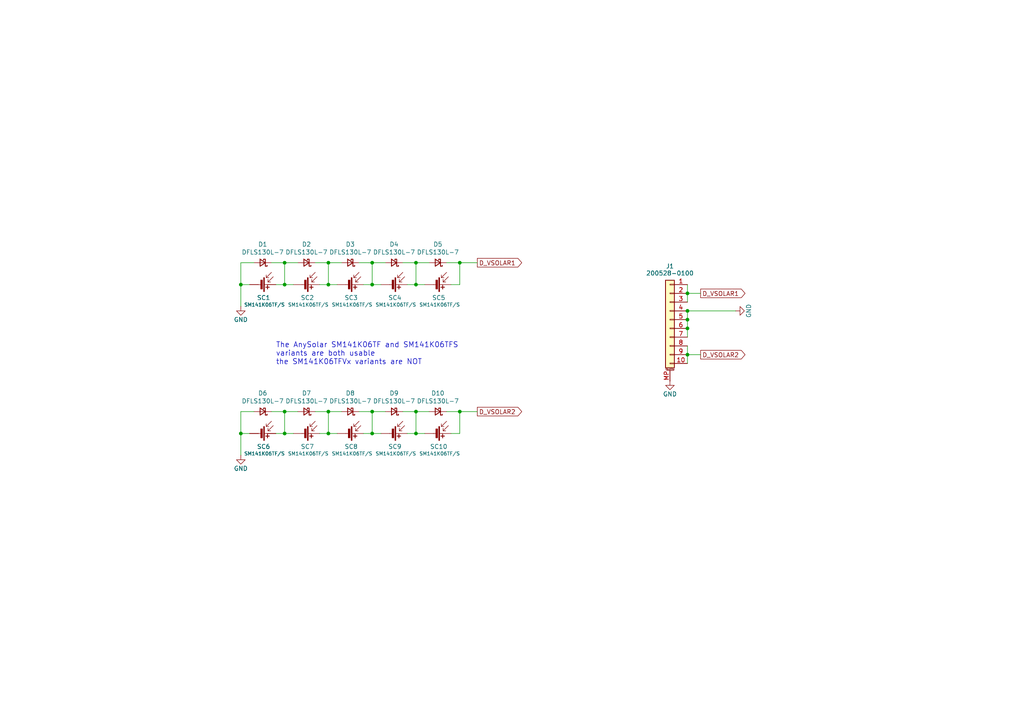
<source format=kicad_sch>
(kicad_sch (version 20231120) (generator "eeschema") (generator_version "8.0")
  (paper "A4")
  (title_block (title "Argus Deployables") (date "2025-03-24") (rev "v2.2") (company "Carnegie Mellon University") (comment 1 "N. Khera") (comment 2 "V. Rajesh"))
  (lib_symbols
    (symbol "Connector_Generic_MountingPin:Conn_01x10_MountingPin" (pin_names (offset 1.016) hide)
      (property "Reference" "J" (at 0 12.7 0))
      (property "Value" "Conn_01x10_MountingPin" (at 1.27 -15.24 0))
      (symbol "Conn_01x10_MountingPin_1_1"
        (rectangle (start -1.27 -12.573) (end 0 -12.827) (stroke (width 0.1524)))
        (rectangle (start -1.27 -10.033) (end 0 -10.287) (stroke (width 0.1524)))
        (rectangle (start -1.27 -7.493) (end 0 -7.747) (stroke (width 0.1524)))
        (rectangle (start -1.27 -4.953) (end 0 -5.207) (stroke (width 0.1524)))
        (rectangle (start -1.27 -2.413) (end 0 -2.667) (stroke (width 0.1524)))
        (rectangle (start -1.27 0.127) (end 0 -0.127) (stroke (width 0.1524)))
        (rectangle (start -1.27 2.667) (end 0 2.413) (stroke (width 0.1524)))
        (rectangle (start -1.27 5.207) (end 0 4.953) (stroke (width 0.1524)))
        (rectangle (start -1.27 7.747) (end 0 7.493) (stroke (width 0.1524)))
        (rectangle (start -1.27 10.287) (end 0 10.033) (stroke (width 0.1524)))
        (rectangle (start -1.27 11.43) (end 1.27 -13.97) (stroke (width 0.254)) (fill (type background)))
        (polyline (pts (xy -1.016 -14.732) (xy 1.016 -14.732)) (stroke (width 0.1524)))
        (text "Mounting" (at 0 -14.351 0) (effects (font (size 0.381 0.381))))
        (pin passive line (at -5.08 10.16 0) (length 3.81) (name "Pin_1") (number "1"))
        (pin passive line (at -5.08 -12.7 0) (length 3.81) (name "Pin_10") (number "10"))
        (pin passive line (at -5.08 7.62 0) (length 3.81) (name "Pin_2") (number "2"))
        (pin passive line (at -5.08 5.08 0) (length 3.81) (name "Pin_3") (number "3"))
        (pin passive line (at -5.08 2.54 0) (length 3.81) (name "Pin_4") (number "4"))
        (pin passive line (at -5.08 0 0) (length 3.81) (name "Pin_5") (number "5"))
        (pin passive line (at -5.08 -2.54 0) (length 3.81) (name "Pin_6") (number "6"))
        (pin passive line (at -5.08 -5.08 0) (length 3.81) (name "Pin_7") (number "7"))
        (pin passive line (at -5.08 -7.62 0) (length 3.81) (name "Pin_8") (number "8"))
        (pin passive line (at -5.08 -10.16 0) (length 3.81) (name "Pin_9") (number "9"))
        (pin passive line (at 0 -17.78 90) (length 3.048) (name "MountPin") (number "MP"))
      )
    )
    (symbol "Device:D_Schottky_Small" (pin_numbers hide) (pin_names (offset 0.254) hide)
      (property "Reference" "D" (at -1.27 2.032 0))
      (property "Value" "D_Schottky_Small" (at -7.112 -2.032 0))
      (symbol "D_Schottky_Small_0_1"
        (polyline (pts (xy -0.762 0) (xy 0.762 0)))
        (polyline (pts (xy 0.762 -1.016) (xy -0.762 0) (xy 0.762 1.016) (xy 0.762 -1.016)) (stroke (width 0.254)))
        (polyline (pts (xy -1.27 0.762) (xy -1.27 1.016) (xy -0.762 1.016) (xy -0.762 -1.016) (xy -0.254 -1.016) (xy -0.254 -0.762)) (stroke (width 0.254)))
      )
      (symbol "D_Schottky_Small_1_1"
        (pin passive line (at -2.54 0 0) (length 1.778) (name "K") (number "1"))
        (pin passive line (at 2.54 0 180) (length 1.778) (name "A") (number "2"))
      )
    )
    (symbol "Device:Solar_Cell" (pin_numbers hide) (pin_names (offset 0) hide)
      (property "Reference" "SC" (at 2.54 2.54 0))
      (property "Value" "Solar_Cell" (at 2.54 0 0))
      (symbol "Solar_Cell_0_1"
        (rectangle (start -2.032 1.778) (end 2.032 1.524) (fill (type outline)))
        (rectangle (start -1.3208 1.1938) (end 1.27 0.6858) (fill (type outline)))
        (polyline (pts (xy -2.032 2.286) (xy -3.556 3.81)))
        (polyline (pts (xy -0.762 2.794) (xy -2.286 4.318)))
        (polyline (pts (xy 0 0.762) (xy 0 0)))
        (polyline (pts (xy 0 1.778) (xy 0 2.54)))
        (polyline (pts (xy 0.254 2.667) (xy 1.27 2.667)) (stroke (width 0.254)))
        (polyline (pts (xy 0.762 3.175) (xy 0.762 2.159)) (stroke (width 0.254)))
        (polyline (pts (xy -2.032 3.048) (xy -2.032 2.286) (xy -2.794 2.286)))
        (polyline (pts (xy -0.762 3.556) (xy -0.762 2.794) (xy -1.524 2.794)))
      )
      (symbol "Solar_Cell_1_1"
        (pin passive line (at 0 5.08 270) (length 2.54) (name "+") (number "1"))
        (pin passive line (at 0 -2.54 90) (length 2.54) (name "-") (number "2"))
      )
    )
    (symbol "power:GND" (power) (pin_numbers hide) (pin_names (offset 0) hide)
      (property "Value" "GND" (at 0 -3.81 0))
      (symbol "GND_0_1"
        (polyline (pts (xy 0 0) (xy 0 -1.27) (xy 1.27 -1.27) (xy 0 -2.54) (xy -1.27 -1.27) (xy 0 -1.27)))
      )
      (symbol "GND_1_1"
        (pin power_in line (at 0 0 270) (length 0) (name "~") (number "1"))
      )
    )
  )
  (junction (at 82.55 76.2))
  (junction (at 95.25 119.38))
  (junction (at 107.95 82.55))
  (junction (at 82.55 82.55))
  (junction (at 95.25 82.55))
  (junction (at 199.39 95.25))
  (junction (at 199.39 102.87))
  (junction (at 69.85 82.55))
  (junction (at 133.35 119.38))
  (junction (at 69.85 125.73))
  (junction (at 82.55 119.38))
  (junction (at 199.39 90.17))
  (junction (at 95.25 76.2))
  (junction (at 95.25 125.73))
  (junction (at 120.65 76.2))
  (junction (at 199.39 85.09))
  (junction (at 107.95 125.73))
  (junction (at 82.55 125.73))
  (junction (at 133.35 76.2))
  (junction (at 120.65 125.73))
  (junction (at 199.39 92.71))
  (junction (at 120.65 119.38))
  (junction (at 107.95 76.2))
  (junction (at 107.95 119.38))
  (junction (at 120.65 82.55))
  (wire (pts (xy 82.55 76.2) (xy 86.36 76.2)))
  (wire (pts (xy 120.65 119.38) (xy 120.65 125.73)))
  (wire (pts (xy 199.39 85.09) (xy 199.39 87.63)))
  (wire (pts (xy 199.39 102.87) (xy 199.39 105.41)))
  (wire (pts (xy 120.65 76.2) (xy 120.65 82.55)))
  (wire (pts (xy 133.35 119.38) (xy 133.35 125.73)))
  (wire (pts (xy 95.25 119.38) (xy 99.06 119.38)))
  (wire (pts (xy 107.95 125.73) (xy 105.41 125.73)))
  (wire (pts (xy 95.25 125.73) (xy 95.25 119.38)))
  (wire (pts (xy 129.54 119.38) (xy 133.35 119.38)))
  (wire (pts (xy 199.39 85.09) (xy 203.2 85.09)))
  (wire (pts (xy 199.39 92.71) (xy 199.39 95.25)))
  (wire (pts (xy 95.25 76.2) (xy 99.06 76.2)))
  (wire (pts (xy 133.35 119.38) (xy 138.43 119.38)))
  (wire (pts (xy 107.95 119.38) (xy 111.76 119.38)))
  (wire (pts (xy 91.44 76.2) (xy 95.25 76.2)))
  (wire (pts (xy 95.25 125.73) (xy 97.79 125.73)))
  (wire (pts (xy 69.85 125.73) (xy 69.85 132.08)))
  (wire (pts (xy 118.11 82.55) (xy 120.65 82.55)))
  (wire (pts (xy 107.95 76.2) (xy 107.95 82.55)))
  (wire (pts (xy 116.84 76.2) (xy 120.65 76.2)))
  (wire (pts (xy 133.35 76.2) (xy 138.43 76.2)))
  (wire (pts (xy 69.85 76.2) (xy 69.85 82.55)))
  (wire (pts (xy 82.55 125.73) (xy 80.01 125.73)))
  (wire (pts (xy 69.85 119.38) (xy 69.85 125.73)))
  (wire (pts (xy 92.71 82.55) (xy 95.25 82.55)))
  (wire (pts (xy 129.54 76.2) (xy 133.35 76.2)))
  (wire (pts (xy 120.65 119.38) (xy 124.46 119.38)))
  (wire (pts (xy 82.55 119.38) (xy 86.36 119.38)))
  (wire (pts (xy 78.74 119.38) (xy 82.55 119.38)))
  (wire (pts (xy 92.71 125.73) (xy 95.25 125.73)))
  (wire (pts (xy 69.85 76.2) (xy 73.66 76.2)))
  (wire (pts (xy 69.85 82.55) (xy 69.85 88.9)))
  (wire (pts (xy 107.95 76.2) (xy 111.76 76.2)))
  (wire (pts (xy 104.14 76.2) (xy 107.95 76.2)))
  (wire (pts (xy 199.39 95.25) (xy 199.39 97.79)))
  (wire (pts (xy 82.55 119.38) (xy 82.55 125.73)))
  (wire (pts (xy 116.84 119.38) (xy 120.65 119.38)))
  (wire (pts (xy 120.65 82.55) (xy 123.19 82.55)))
  (wire (pts (xy 199.39 102.87) (xy 199.39 100.33)))
  (wire (pts (xy 120.65 125.73) (xy 123.19 125.73)))
  (wire (pts (xy 104.14 119.38) (xy 107.95 119.38)))
  (wire (pts (xy 82.55 125.73) (xy 85.09 125.73)))
  (wire (pts (xy 107.95 119.38) (xy 107.95 125.73)))
  (wire (pts (xy 118.11 125.73) (xy 120.65 125.73)))
  (wire (pts (xy 69.85 125.73) (xy 72.39 125.73)))
  (wire (pts (xy 82.55 82.55) (xy 85.09 82.55)))
  (wire (pts (xy 199.39 90.17) (xy 213.36 90.17)))
  (wire (pts (xy 82.55 82.55) (xy 80.01 82.55)))
  (wire (pts (xy 91.44 119.38) (xy 95.25 119.38)))
  (wire (pts (xy 133.35 76.2) (xy 133.35 82.55)))
  (wire (pts (xy 69.85 82.55) (xy 72.39 82.55)))
  (wire (pts (xy 199.39 90.17) (xy 199.39 92.71)))
  (wire (pts (xy 120.65 76.2) (xy 124.46 76.2)))
  (wire (pts (xy 107.95 82.55) (xy 105.41 82.55)))
  (wire (pts (xy 133.35 82.55) (xy 130.81 82.55)))
  (wire (pts (xy 107.95 125.73) (xy 110.49 125.73)))
  (wire (pts (xy 69.85 119.38) (xy 73.66 119.38)))
  (wire (pts (xy 199.39 102.87) (xy 203.2 102.87)))
  (wire (pts (xy 199.39 85.09) (xy 199.39 82.55)))
  (wire (pts (xy 95.25 82.55) (xy 97.79 82.55)))
  (wire (pts (xy 107.95 82.55) (xy 110.49 82.55)))
  (wire (pts (xy 78.74 76.2) (xy 82.55 76.2)))
  (wire (pts (xy 95.25 82.55) (xy 95.25 76.2)))
  (wire (pts (xy 82.55 76.2) (xy 82.55 82.55)))
  (wire (pts (xy 133.35 125.73) (xy 130.81 125.73)))
  (text "The AnySolar SM141K06TF and SM141K06TFS \nvariants are both usable\nthe SM141K06TFVx variants are NOT" (at 80.01 102.616 0) (effects (font (size 1.524 1.524)) (justify left)))
  (global_label "D_VSOLAR1" (shape output) (at 138.43 76.2 0) (property "Intersheetrefs" "${INTERSHEET_REFS}" (effects (hide yes))))
  (global_label "D_VSOLAR1" (shape output) (at 203.2 85.09 0) (property "Intersheetrefs" "${INTERSHEET_REFS}" (effects (hide yes))))
  (global_label "D_VSOLAR2" (shape output) (at 203.2 102.87 0) (property "Intersheetrefs" "${INTERSHEET_REFS}" (effects (hide yes))))
  (global_label "D_VSOLAR2" (shape output) (at 138.43 119.38 0) (property "Intersheetrefs" "${INTERSHEET_REFS}" (effects (hide yes))))
  (symbol (lib_id "Device:Solar_Cell") (at 100.33 125.73 270) (unit 1)
    (property "Reference" "SC8" (at 101.854 129.54 90))
    (property "Value" "SM141K06TF/S" (at 102.108 131.572 90) (effects (font (size 1.016 1.016))))
    (property "Footprint" "SolarPanels:SM141K06TF-S" (effects (hide yes)))
    (property "Description" "Single solar cell" (effects (hide yes)))
  )
  (symbol (lib_id "Device:D_Schottky_Small") (at 88.9 119.38 180) (unit 1)
    (property "Reference" "D7" (at 88.9 114.046 0))
    (property "Value" "DFLS130L-7" (at 88.9 116.332 0))
    (property "Footprint" "Diode_SMD:D_PowerDI-123" (effects (hide yes)))
    (property "Description" "Schottky diode, small symbol" (effects (hide yes)))
  )
  (symbol (lib_id "Connector_Generic_MountingPin:Conn_01x10_MountingPin") (at 194.31 92.71 0) (mirror y) (unit 1)
    (property "Reference" "J1" (at 194.31 77.216 0))
    (property "Value" "200528-0100" (at 194.31 79.248 0))
    (property "Footprint" "Connector_FFC-FPC:Molex_200528-0100_1x10-1MP_P1.00mm_Horizontal" (effects (hide yes)))
    (property "Description" "Generic connectable mounting pin connector, single row, 01x10, script generated (kicad-library-utils/schlib/autogen/connector/)" (effects (hide yes)))
  )
  (symbol (lib_id "Device:Solar_Cell") (at 100.33 82.55 270) (unit 1)
    (property "Reference" "SC3" (at 101.854 86.36 90))
    (property "Value" "SM141K06TF/S" (at 102.108 88.392 90) (effects (font (size 1.016 1.016))))
    (property "Footprint" "SolarPanels:SM141K06TF-S" (effects (hide yes)))
    (property "Description" "Single solar cell" (effects (hide yes)))
  )
  (symbol (lib_id "Device:Solar_Cell") (at 87.63 125.73 270) (unit 1)
    (property "Reference" "SC7" (at 89.154 129.54 90))
    (property "Value" "SM141K06TF/S" (at 89.408 131.572 90) (effects (font (size 1.016 1.016))))
    (property "Footprint" "SolarPanels:SM141K06TF-S" (effects (hide yes)))
    (property "Description" "Single solar cell" (effects (hide yes)))
  )
  (symbol (lib_id "Device:Solar_Cell") (at 87.63 82.55 270) (unit 1)
    (property "Reference" "SC2" (at 89.154 86.36 90))
    (property "Value" "SM141K06TF/S" (at 89.408 88.392 90) (effects (font (size 1.016 1.016))))
    (property "Footprint" "SolarPanels:SM141K06TF-S" (effects (hide yes)))
    (property "Description" "Single solar cell" (effects (hide yes)))
  )
  (symbol (lib_id "Device:D_Schottky_Small") (at 114.3 119.38 180) (unit 1)
    (property "Reference" "D9" (at 114.3 114.046 0))
    (property "Value" "DFLS130L-7" (at 114.3 116.332 0))
    (property "Footprint" "Diode_SMD:D_PowerDI-123" (effects (hide yes)))
    (property "Description" "Schottky diode, small symbol" (effects (hide yes)))
  )
  (symbol (lib_id "power:GND") (at 213.36 90.17 90) (unit 1)
    (property "Reference" "#PWR03" (effects (hide yes)))
    (property "Value" "GND" (at 217.17 90.17 0))
    (property "Description" "Power symbol creates a global label with name \"GND\" , ground" (effects (hide yes)))
  )
  (symbol (lib_id "Device:D_Schottky_Small") (at 127 76.2 180) (unit 1)
    (property "Reference" "D5" (at 127 70.866 0))
    (property "Value" "DFLS130L-7" (at 127 73.152 0))
    (property "Footprint" "Diode_SMD:D_PowerDI-123" (effects (hide yes)))
    (property "Description" "Schottky diode, small symbol" (effects (hide yes)))
  )
  (symbol (lib_id "Device:Solar_Cell") (at 113.03 125.73 270) (unit 1)
    (property "Reference" "SC9" (at 114.554 129.54 90))
    (property "Value" "SM141K06TF/S" (at 114.808 131.572 90) (effects (font (size 1.016 1.016))))
    (property "Footprint" "SolarPanels:SM141K06TF-S" (effects (hide yes)))
    (property "Description" "Single solar cell" (effects (hide yes)))
  )
  (symbol (lib_id "Device:D_Schottky_Small") (at 76.2 76.2 180) (unit 1)
    (property "Reference" "D1" (at 76.2 70.866 0))
    (property "Value" "DFLS130L-7" (at 76.2 73.152 0))
    (property "Footprint" "Diode_SMD:D_PowerDI-123" (effects (hide yes)))
    (property "Description" "Schottky diode, small symbol" (effects (hide yes)))
  )
  (symbol (lib_id "Device:D_Schottky_Small") (at 101.6 119.38 180) (unit 1)
    (property "Reference" "D8" (at 101.6 114.046 0))
    (property "Value" "DFLS130L-7" (at 101.6 116.332 0))
    (property "Footprint" "Diode_SMD:D_PowerDI-123" (effects (hide yes)))
    (property "Description" "Schottky diode, small symbol" (effects (hide yes)))
  )
  (symbol (lib_id "Device:Solar_Cell") (at 74.93 125.73 270) (unit 1)
    (property "Reference" "SC6" (at 76.454 129.54 90))
    (property "Value" "SM141K06TF/S" (at 76.708 131.572 90) (effects (font (size 1.016 1.016))))
    (property "Footprint" "SolarPanels:SM141K06TF-S" (effects (hide yes)))
    (property "Description" "Single solar cell" (effects (hide yes)))
  )
  (symbol (lib_id "power:GND") (at 69.85 132.08 0) (unit 1)
    (property "Reference" "#PWR04" (effects (hide yes)))
    (property "Value" "GND" (at 69.85 135.89 0))
    (property "Description" "Power symbol creates a global label with name \"GND\" , ground" (effects (hide yes)))
  )
  (symbol (lib_id "Device:D_Schottky_Small") (at 101.6 76.2 180) (unit 1)
    (property "Reference" "D3" (at 101.6 70.866 0))
    (property "Value" "DFLS130L-7" (at 101.6 73.152 0))
    (property "Footprint" "Diode_SMD:D_PowerDI-123" (effects (hide yes)))
    (property "Description" "Schottky diode, small symbol" (effects (hide yes)))
  )
  (symbol (lib_id "power:GND") (at 194.31 110.49 0) (unit 1)
    (property "Reference" "#PWR02" (effects (hide yes)))
    (property "Value" "GND" (at 194.31 114.3 0))
    (property "Description" "Power symbol creates a global label with name \"GND\" , ground" (effects (hide yes)))
  )
  (symbol (lib_id "power:GND") (at 69.85 88.9 0) (unit 1)
    (property "Reference" "#PWR01" (effects (hide yes)))
    (property "Value" "GND" (at 69.85 92.71 0))
    (property "Description" "Power symbol creates a global label with name \"GND\" , ground" (effects (hide yes)))
  )
  (symbol (lib_id "Device:Solar_Cell") (at 74.93 82.55 270) (unit 1)
    (property "Reference" "SC1" (at 76.454 86.36 90))
    (property "Value" "SM141K06TF/S" (at 76.708 88.392 90) (effects (font (size 1.016 1.016))))
    (property "Footprint" "SolarPanels:SM141K06TF-S" (effects (hide yes)))
    (property "Description" "Single solar cell" (effects (hide yes)))
  )
  (symbol (lib_id "Device:Solar_Cell") (at 125.73 82.55 270) (unit 1)
    (property "Reference" "SC5" (at 127.254 86.36 90))
    (property "Value" "SM141K06TF/S" (at 127.508 88.392 90) (effects (font (size 1.016 1.016))))
    (property "Footprint" "SolarPanels:SM141K06TF-S" (effects (hide yes)))
    (property "Description" "Single solar cell" (effects (hide yes)))
  )
  (symbol (lib_id "Device:D_Schottky_Small") (at 76.2 119.38 180) (unit 1)
    (property "Reference" "D6" (at 76.2 114.046 0))
    (property "Value" "DFLS130L-7" (at 76.2 116.332 0))
    (property "Footprint" "Diode_SMD:D_PowerDI-123" (effects (hide yes)))
    (property "Description" "Schottky diode, small symbol" (effects (hide yes)))
  )
  (symbol (lib_id "Device:D_Schottky_Small") (at 127 119.38 180) (unit 1)
    (property "Reference" "D10" (at 127 114.046 0))
    (property "Value" "DFLS130L-7" (at 127 116.332 0))
    (property "Footprint" "Diode_SMD:D_PowerDI-123" (effects (hide yes)))
    (property "Description" "Schottky diode, small symbol" (effects (hide yes)))
  )
  (symbol (lib_id "Device:D_Schottky_Small") (at 88.9 76.2 180) (unit 1)
    (property "Reference" "D2" (at 88.9 70.866 0))
    (property "Value" "DFLS130L-7" (at 88.9 73.152 0))
    (property "Footprint" "Diode_SMD:D_PowerDI-123" (effects (hide yes)))
    (property "Description" "Schottky diode, small symbol" (effects (hide yes)))
  )
  (symbol (lib_id "Device:D_Schottky_Small") (at 114.3 76.2 180) (unit 1)
    (property "Reference" "D4" (at 114.3 70.866 0))
    (property "Value" "DFLS130L-7" (at 114.3 73.152 0))
    (property "Footprint" "Diode_SMD:D_PowerDI-123" (effects (hide yes)))
    (property "Description" "Schottky diode, small symbol" (effects (hide yes)))
  )
  (symbol (lib_id "Device:Solar_Cell") (at 125.73 125.73 270) (unit 1)
    (property "Reference" "SC10" (at 127.254 129.54 90))
    (property "Value" "SM141K06TF/S" (at 127.508 131.572 90) (effects (font (size 1.016 1.016))))
    (property "Footprint" "SolarPanels:SM141K06TF-S" (effects (hide yes)))
    (property "Description" "Single solar cell" (effects (hide yes)))
  )
  (symbol (lib_id "Device:Solar_Cell") (at 113.03 82.55 270) (unit 1)
    (property "Reference" "SC4" (at 114.554 86.36 90))
    (property "Value" "SM141K06TF/S" (at 114.808 88.392 90) (effects (font (size 1.016 1.016))))
    (property "Footprint" "SolarPanels:SM141K06TF-S" (effects (hide yes)))
    (property "Description" "Single solar cell" (effects (hide yes)))
  )
)
</source>
